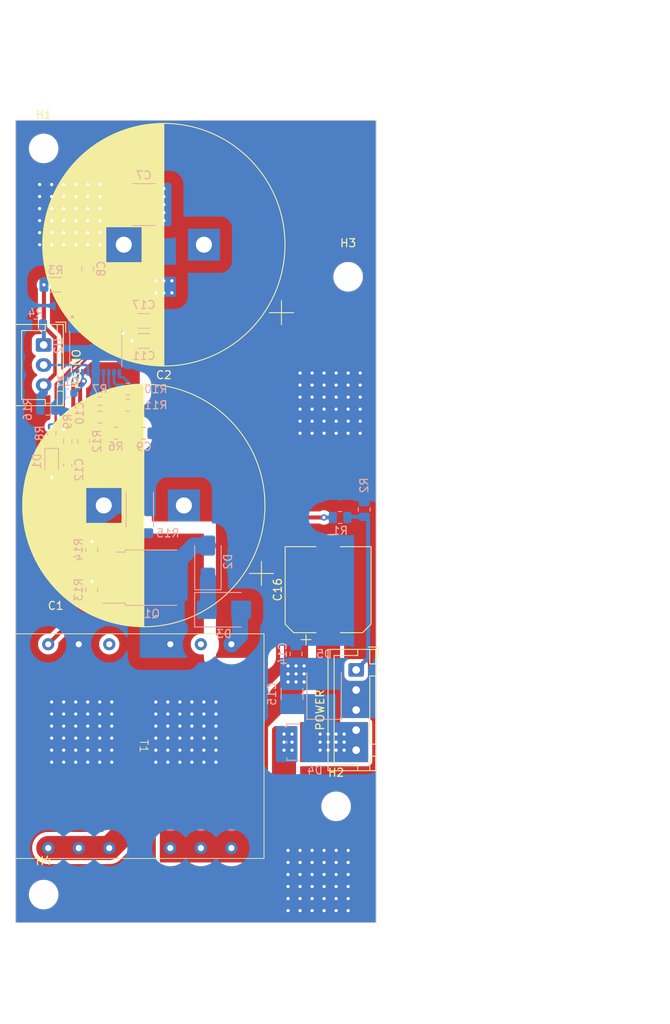
<source format=kicad_pcb>
(kicad_pcb (version 20221018) (generator pcbnew)
  (layers (0 "F.Cu" signal) (31 "B.Cu" signal) (34 "B.Paste" user) (35 "F.Paste" user) (36 "B.SilkS" user "B.Silkscreen") (37 "F.SilkS" user "F.Silkscreen") (38 "B.Mask" user) (39 "F.Mask" user) (44 "Edge.Cuts" user))
  (net 0 "")
  (net 1 "+BATT")
  (net 2 "-BATT")
  (net 3 "+12V")
  (net 4 "Net-(U2-INTVCC)")
  (net 5 "Net-(SW1-C)")
  (net 6 "GND")
  (net 7 "IN_V")
  (net 8 "Net-(SW1-A)")
  (net 9 "Net-(SW1-B)")
  (net 10 "Net-(C9-Pad1)")
  (net 11 "Net-(U2-VC)")
  (net 12 "Net-(U2-BIAS)")
  (net 13 "Net-(D1-A)")
  (net 14 "Net-(C12-Pad2)")
  (net 15 "Net-(U2-SENSE)")
  (net 16 "Net-(D1-K)")
  (net 17 "Net-(D2-K)")
  (net 18 "Net-(D2-A)")
  (net 19 "Net-(D4-A-Pad1)")
  (net 20 "Net-(Q1-G)")
  (net 21 "Net-(Q1-S)")
  (net 22 "Net-(U2-IREG{slash}SS)")
  (net 23 "Net-(U2-DCM)")
  (net 24 "Net-(U2-FB)")
  (net 25 "Net-(U2-TC)")
  (net 26 "Net-(U2-GATE)")
  (footprint "Connector_JST:JST_XH_B5B-XH-A_1x05_P2.50mm_Vertical" (layer "F.Cu") (at 92.5 118.5 -90)
    (fp_text reference "J1" hide)
    (fp_text value "AuxConn")
  )
  (footprint "Capacitor_THT:CP_Radial_D30.0mm_P10.00mm_SnapIn" (layer "F.Cu") (at 73.5 65.5 180)
    (fp_text reference "C2")
    (fp_text value "680uF 200V")
  )
  (footprint "MountingHole:MountingHole_3.2mm_M3" (layer "F.Cu") (at 53.5 53.5)
    (fp_text reference "H1")
    (fp_text value "BATT-Hole")
  )
  (footprint "Connector_JST:JST_XH_B3B-XH-A_1x03_P2.50mm_Vertical" (layer "F.Cu") (at 53.5 78 -90)
    (fp_text reference "SW1" hide)
    (fp_text value "POWER_SW")
  )
  (footprint "MountingHole:MountingHole_3.2mm_M3" (layer "F.Cu") (at 53.5 146.5)
    (fp_text reference "H4")
    (fp_text value "BATT-Hole")
  )
  (footprint "MountingHole:MountingHole_3.2mm_M3" (layer "F.Cu") (at 91.5 69.5)
    (fp_text reference "H3")
    (fp_text value "BATT-Hole")
  )
  (footprint "Capacitor_THT:CP_Radial_D30.0mm_P10.00mm_SnapIn" (layer "F.Cu") (at 71 98 180)
    (fp_text reference "C1")
    (fp_text value "680uF 200V")
  )
  (footprint "GigaVescLibs:PQ2620" (layer "F.Cu") (at 65.5 128 -90)
    (fp_text reference "T1")
    (fp_text value "11328-T078")
  )
  (footprint "MountingHole:MountingHole_3.2mm_M3" (layer "F.Cu") (at 90 135.5)
    (fp_text reference "H2")
    (fp_text value "BATT-Hole")
  )
  (footprint "Capacitor_SMD:CP_Elec_10x10.5" (layer "F.Cu") (at 89 108.5 90)
    (fp_text reference "C16")
    (fp_text value "470u 25V")
  )
  (footprint "Resistor_SMD:R_0603_1608Metric" (layer "B.Cu") (at 60.5 85)
    (fp_text reference "R7")
    (fp_text value "56.2k")
  )
  (footprint "Capacitor_SMD:C_0603_1608Metric" (layer "B.Cu") (at 56.5 84 180)
    (fp_text reference "C13")
    (fp_text value "1n")
  )
  (footprint "Capacitor_SMD:C_0805_2012Metric" (layer "B.Cu") (at 60.5 87 180)
    (fp_text reference "C10")
    (fp_text value "47p 25V")
  )
  (footprint "Resistor_SMD:R_0603_1608Metric" (layer "B.Cu") (at 54.5 89 -90)
    (fp_text reference "R8")
    (fp_text value "10")
  )
  (footprint "Resistor_SMD:R_0603_1608Metric" (layer "B.Cu") (at 56.5 90 90)
    (fp_text reference "R9")
    (fp_text value "10k")
  )
  (footprint "Resistor_SMD:R_0805_2012Metric" (layer "B.Cu") (at 59.5 103.5 -90)
    (fp_text reference "R14")
    (fp_text value "100")
  )
  (footprint "Capacitor_SMD:C_0805_2012Metric" (layer "B.Cu") (at 59 68.5 90)
    (fp_text reference "C8")
    (fp_text value "100n 200V")
  )
  (footprint "Resistor_SMD:R_2512_6332Metric" (layer "B.Cu") (at 65.5 98.5 -90)
    (fp_text reference "R15")
    (fp_text value "0.05")
  )
  (footprint "Resistor_SMD:R_0805_2012Metric" (layer "B.Cu") (at 52.5 75.5)
    (fp_text reference "R4")
    (fp_text value "20k")
  )
  (footprint "Capacitor_SMD:C_0805_2012Metric" (layer "B.Cu") (at 85 116.5 -90)
    (fp_text reference "C14")
    (fp_text value "2.2nF")
  )
  (footprint "Resistor_SMD:R_0805_2012Metric" (layer "B.Cu") (at 64 83.5)
    (fp_text reference "R10")
    (fp_text value "121k")
  )
  (footprint "Resistor_SMD:R_0805_2012Metric" (layer "B.Cu") (at 62.5 89)
    (fp_text reference "R6")
    (fp_text value "10k")
  )
  (footprint "Resistor_SMD:R_0805_2012Metric" (layer "B.Cu") (at 54 86 180)
    (fp_text reference "R16")
    (fp_text value "20k")
  )
  (footprint "Resistor_SMD:R_1206_3216Metric" (layer "B.Cu") (at 55 70.5 180)
    (fp_text reference "R3")
    (fp_text value "499k")
  )
  (footprint "Capacitor_SMD:C_0805_2012Metric" (layer "B.Cu") (at 66 89)
    (fp_text reference "C9")
    (fp_text value "100n")
  )
  (footprint "Resistor_SMD:R_0805_2012Metric" (layer "B.Cu") (at 59.5 108.5 -90)
    (fp_text reference "R13")
    (fp_text value "20")
  )
  (footprint "Resistor_SMD:R_0805_2012Metric" (layer "B.Cu") (at 90.5 99.5)
    (fp_text reference "R1")
    (fp_text value "100k")
  )
  (footprint "Resistor_SMD:R_0805_2012Metric" (layer "B.Cu") (at 93.5 98.5 90)
    (fp_text reference "R2")
    (fp_text value "1.8k")
  )
  (footprint "Resistor_SMD:R_0805_2012Metric" (layer "B.Cu") (at 58.5 90 90)
    (fp_text reference "R12")
    (fp_text value "44.2k")
  )
  (footprint "GigaVescLibs:IC_LT8316EFE#PBF" (layer "B.Cu") (at 60 78.5 -90)
    (fp_text reference "U2")
    (fp_text value "LT8316EFE#PBF")
  )
  (footprint "Capacitor_SMD:C_1210_3225Metric" (layer "B.Cu") (at 84.5 121.5 90)
    (fp_text reference "C15")
    (fp_text value "47u 16V")
  )
  (footprint "Diode_SMD:D_SOD-323" (layer "B.Cu") (at 54.5 92.5 -90)
    (fp_text reference "D1")
    (fp_text value "BAV20WS-7-F")
  )
  (footprint "Package_TO_SOT_SMD:TO-277A" (layer "B.Cu") (at 87 127.5 -90)
    (fp_text reference "D4")
    (fp_text value "FSV15120V")
  )
  (footprint "Diode_SMD:D_SMB" (layer "B.Cu") (at 76 111)
    (fp_text reference "D3")
    (fp_text value "SMBJ188A")
  )
  (footprint "Resistor_SMD:R_0805_2012Metric" (layer "B.Cu") (at 64 85.5)
    (fp_text reference "R11")
    (fp_text value "4.99k")
  )
  (footprint "Capacitor_SMD:C_1206_3216Metric" (layer "B.Cu") (at 66 75)
    (fp_text reference "C17")
    (fp_text value "4.7u 50V")
  )
  (footprint "Capacitor_SMD:C_1206_3216Metric" (layer "B.Cu") (at 66 77.5)
    (fp_text reference "C11")
    (fp_text value "4.7u 50V")
  )
  (footprint "Diode_SMD:D_SMB" (layer "B.Cu") (at 88.5 121 90)
    (fp_text reference "D5")
    (fp_text value "3SMB5928B")
  )
  (footprint "Capacitor_SMD:C_0603_1608Metric" (layer "B.Cu") (at 56.5 93 90)
    (fp_text reference "C12")
    (fp_text value "47p 100V")
  )
  (footprint "Capacitor_SMD:C_2220_5650Metric" (layer "B.Cu") (at 66 60.5 180)
    (fp_text reference "C7")
    (fp_text value "1u 200V")
  )
  (footprint "Diode_SMD:D_SMA" (layer "B.Cu") (at 74 105 90)
    (fp_text reference "D2")
    (fp_text value "US1M")
  )
  (footprint "Package_TO_SOT_SMD:TO-252-3_TabPin2" (layer "B.Cu") (at 67 107)
    (fp_text reference "Q1")
    (fp_text value "STD11N65M2")
  )
  (gr_rect (start 50 50) (end 95 150) (stroke (width 0.1)) (fill none) (layer "Edge.Cuts"))
  (segment (start 80 99.5) (end 88.4755 99.5) (width 0.5) (layer "F.Cu") (net 1))
  (via (at 69.5 71.5) (size 0.8) (drill 0.4) (layers "F.Cu" "B.Cu") (net 1))
  (via (at 68.5 71.5) (size 0.8) (drill 0.4) (layers "F.Cu" "B.Cu") (net 1))
  (via (at 67.5 70) (size 0.8) (drill 0.4) (layers "F.Cu" "B.Cu") (net 1))
  (via (at 68.5 60.5) (size 0.8) (drill 0.4) (layers "F.Cu" "B.Cu") (net 1))
  (via (at 68.5 58.5) (size 0.8) (drill 0.4) (layers "F.Cu" "B.Cu") (net 1))
  (via (at 69.5 70) (size 0.8) (drill 0.4) (layers "F.Cu" "B.Cu") (net 1))
  (via (at 68.5 61.5) (size 0.8) (drill 0.4) (layers "F.Cu" "B.Cu") (net 1))
  (via (at 68.5 70) (size 0.8) (drill 0.4) (layers "F.Cu" "B.Cu") (net 1))
  (via (at 67.5 71.5) (size 0.8) (drill 0.4) (layers "F.Cu" "B.Cu") (net 1))
  (via (at 68.5 62.5) (size 0.8) (drill 0.4) (layers "F.Cu" "B.Cu") (net 1))
  (via (at 68.5 59.5) (size 0.8) (drill 0.4) (layers "F.Cu" "B.Cu") (net 1))
  (via (at 88.4755 99.5) (size 0.8) (drill 0.4) (layers "F.Cu" "B.Cu") (net 1))
  (segment (start 88.4755 99.5) (end 89.5875 99.5) (width 0.5) (layer "B.Cu") (net 1))
  (segment (start 76.93 115.3) (end 78 114.23) (width 2) (layer "B.Cu") (net 1))
  (segment (start 78 111.15) (end 78.15 111) (width 2) (layer "B.Cu") (net 1))
  (segment (start 78 114.23) (end 78 111.15) (width 2) (layer "B.Cu") (net 1))
  (via (at 90 145.5) (size 0.8) (drill 0.4) (layers "F.Cu" "B.Cu") (net 2))
  (via (at 85.5 144) (size 0.8) (drill 0.4) (layers "F.Cu" "B.Cu") (net 2))
  (via (at 85.5 81.5) (size 0.8) (drill 0.4) (layers "F.Cu" "B.Cu") (net 2))
  (via (at 56 128.5) (size 0.8) (drill 0.4) (layers "F.Cu" "B.Cu") (net 2))
  (via (at 53 62.5) (size 0.8) (drill 0.4) (layers "F.Cu" "B.Cu") (net 2))
  (via (at 70.5 125.5) (size 0.8) (drill 0.4) (layers "F.Cu" "B.Cu") (net 2))
  (via (at 54.5 62.5) (size 0.8) (drill 0.4) (layers "F.Cu" "B.Cu") (net 2))
  (via (at 88.5 144) (size 0.8) (drill 0.4) (layers "F.Cu" "B.Cu") (net 2))
  (via (at 69 128.5) (size 0.8) (drill 0.4) (layers "F.Cu" "B.Cu") (net 2))
  (via (at 85.5 83) (size 0.8) (drill 0.4) (layers "F.Cu" "B.Cu") (net 2))
  (via (at 88.5 142.5) (size 0.8) (drill 0.4) (layers "F.Cu" "B.Cu") (net 2))
  (via (at 90 148.5) (size 0.8) (drill 0.4) (layers "F.Cu" "B.Cu") (net 2))
  (via (at 59 59.5) (size 0.8) (drill 0.4) (layers "F.Cu" "B.Cu") (net 2))
  (via (at 87 81.5) (size 0.8) (drill 0.4) (layers "F.Cu" "B.Cu") (net 2))
  (via (at 60.5 65.5) (size 0.8) (drill 0.4) (layers "F.Cu" "B.Cu") (net 2))
  (via (at 75 122.5) (size 0.8) (drill 0.4) (layers "F.Cu" "B.Cu") (net 2))
  (via (at 87 87.5) (size 0.8) (drill 0.4) (layers "F.Cu" "B.Cu") (net 2))
  (via (at 73.5 125.5) (size 0.8) (drill 0.4) (layers "F.Cu" "B.Cu") (net 2))
  (via (at 91.5 83) (size 0.8) (drill 0.4) (layers "F.Cu" "B.Cu") (net 2))
  (via (at 87 142.5) (size 0.8) (drill 0.4) (layers "F.Cu" "B.Cu") (net 2))
  (via (at 73.5 127) (size 0.8) (drill 0.4) (layers "F.Cu" "B.Cu") (net 2))
  (via (at 75 130) (size 0.8) (drill 0.4) (layers "F.Cu" "B.Cu") (net 2))
  (via (at 54.5 128.5) (size 0.8) (drill 0.4) (layers "F.Cu" "B.Cu") (net 2))
  (via (at 90 86) (size 0.8) (drill 0.4) (layers "F.Cu" "B.Cu") (net 2))
  (via (at 56 59.5) (size 0.8) (drill 0.4) (layers "F.Cu" "B.Cu") (net 2))
  (via (at 67.5 128.5) (size 0.8) (drill 0.4) (layers "F.Cu" "B.Cu") (net 2))
  (via (at 91.5 144) (size 0.8) (drill 0.4) (layers "F.Cu" "B.Cu") (net 2))
  (via (at 59 64) (size 0.8) (drill 0.4) (layers "F.Cu" "B.Cu") (net 2))
  (via (at 90 81.5) (size 0.8) (drill 0.4) (layers "F.Cu" "B.Cu") (net 2))
  (via (at 85.5 147) (size 0.8) (drill 0.4) (layers "F.Cu" "B.Cu") (net 2))
  (via (at 72 130) (size 0.8) (drill 0.4) (layers "F.Cu" "B.Cu") (net 2))
  (via (at 91.5 87.5) (size 0.8) (drill 0.4) (layers "F.Cu" "B.Cu") (net 2))
  (via (at 57.5 130) (size 0.8) (drill 0.4) (layers "F.Cu" "B.Cu") (net 2))
  (via (at 93 83) (size 0.8) (drill 0.4) (layers "F.Cu" "B.Cu") (net 2))
  (via (at 54.5 58) (size 0.8) (drill 0.4) (layers "F.Cu" "B.Cu") (net 2))
  (via (at 90 142.5) (size 0.8) (drill 0.4) (layers "F.Cu" "B.Cu") (net 2))
  (via (at 59 58) (size 0.8) (drill 0.4) (layers "F.Cu" "B.Cu") (net 2))
  (via (at 69 125.5) (size 0.8) (drill 0.4) (layers "F.Cu" "B.Cu") (net 2))
  (via (at 56 130) (size 0.8) (drill 0.4) (layers "F.Cu" "B.Cu") (net 2))
  (via (at 88.5 89) (size 0.8) (drill 0.4) (layers "F.Cu" "B.Cu") (net 2))
  (via (at 93 87.5) (size 0.8) (drill 0.4) (layers "F.Cu" "B.Cu") (net 2))
  (via (at 57.5 127) (size 0.8) (drill 0.4) (layers "F.Cu" "B.Cu") (net 2))
  (via (at 84 144) (size 0.8) (drill 0.4) (layers "F.Cu" "B.Cu") (net 2))
  (via (at 88.5 81.5) (size 0.8) (drill 0.4) (layers "F.Cu" "B.Cu") (net 2))
  (via (at 57.5 122.5) (size 0.8) (drill 0.4) (layers "F.Cu" "B.Cu") (net 2))
  (via (at 85.5 84.5) (size 0.8) (drill 0.4) (layers "F.Cu" "B.Cu") (net 2))
  (via (at 60.5 62.5) (size 0.8) (drill 0.4) (layers "F.Cu" "B.Cu") (net 2))
  (via (at 90 84.5) (size 0.8) (drill 0.4) (layers "F.Cu" "B.Cu") (net 2))
  (via (at 72 127) (size 0.8) (drill 0.4) (layers "F.Cu" "B.Cu") (net 2))
  (via (at 62 130) (size 0.8) (drill 0.4) (layers "F.Cu" "B.Cu") (net 2))
  (via (at 56 61) (size 0.8) (drill 0.4) (layers "F.Cu" "B.Cu") (net 2))
  (via (at 88.5 84.5) (size 0.8) (drill 0.4) (layers "F.Cu" "B.Cu") (net 2))
  (via (at 56 62.5) (size 0.8) (drill 0.4) (layers "F.Cu" "B.Cu") (net 2))
  (via (at 75 124) (size 0.8) (drill 0.4) (layers "F.Cu" "B.Cu") (net 2))
  (via (at 59 127) (size 0.8) (drill 0.4) (layers "F.Cu" "B.Cu") (net 2))
  (via (at 87 144) (size 0.8) (drill 0.4) (layers "F.Cu" "B.Cu") (net 2))
  (via (at 57.5 64) (size 0.8) (drill 0.4) (layers "F.Cu" "B.Cu") (net 2))
  (via (at 84 141) (size 0.8) (drill 0.4) (layers "F.Cu" "B.Cu") (net 2))
  (via (at 69 122.5) (size 0.8) (drill 0.4) (layers "F.Cu" "B.Cu") (net 2))
  (via (at 57.5 124) (size 0.8) (drill 0.4) (layers "F.Cu" "B.Cu") (net 2))
  (via (at 60.5 58) (size 0.8) (drill 0.4) (layers "F.Cu" "B.Cu") (net 2))
  (via (at 60.5 124) (size 0.8) (drill 0.4) (layers "F.Cu" "B.Cu") (net 2))
  (via (at 53 65.5) (size 0.8) (drill 0.4) (layers "F.Cu" "B.Cu") (net 2))
  (via (at 54.5 124) (size 0.8) (drill 0.4) (layers "F.Cu" "B.Cu") (net 2))
  (via (at 93 89) (size 0.8) (drill 0.4) (layers "F.Cu" "B.Cu") (net 2))
  (via (at 91.5 84.5) (size 0.8) (drill 0.4) (layers "F.Cu" "B.Cu") (net 2))
  (via (at 88.5 141) (size 0.8) (drill 0.4) (layers "F.Cu" "B.Cu") (net 2))
  (via (at 59 124) (size 0.8) (drill 0.4) (layers "F.Cu" "B.Cu") (net 2))
  (via (at 69 130) (size 0.8) (drill 0.4) (layers "F.Cu" "B.Cu") (net 2))
  (via (at 57.5 59.5) (size 0.8) (drill 0.4) (layers "F.Cu" "B.Cu") (net 2))
  (via (at 85.5 148.5) (size 0.8) (drill 0.4) (layers "F.Cu" "B.Cu") (net 2))
  (via (at 90 87.5) (size 0.8) (drill 0.4) (layers "F.Cu" "B.Cu") (net 2))
  (via (at 72 122.5) (size 0.8) (drill 0.4) (layers "F.Cu" "B.Cu") (net 2))
  (via (at 67.5 130) (size 0.8) (drill 0.4) (layers "F.Cu" "B.Cu") (net 2))
  (via (at 57.5 65.5) (size 0.8) (drill 0.4) (layers "F.Cu" "B.Cu") (net 2))
  (via (at 59 122.5) (size 0.8) (drill 0.4) (layers "F.Cu" "B.Cu") (net 2))
  (via (at 75 128.5) (size 0.8) (drill 0.4) (layers "F.Cu" "B.Cu") (net 2))
  (via (at 90 147) (size 0.8) (drill 0.4) (layers "F.Cu" "B.Cu") (net 2))
  (via (at 59 130) (size 0.8) (drill 0.4) (layers "F.Cu" "B.Cu") (net 2))
  (via (at 91.5 148.5) (size 0.8) (drill 0.4) (layers "F.Cu" "B.Cu") (net 2))
  (via (at 91.5 86) (size 0.8) (drill 0.4) (layers "F.Cu" "B.Cu") (net 2))
  (via (at 70.5 127) (size 0.8) (drill 0.4) (layers "F.Cu" "B.Cu") (net 2))
  (via (at 60.5 64) (size 0.8) (drill 0.4) (layers "F.Cu" "B.Cu") (net 2))
  (via (at 59 61) (size 0.8) (drill 0.4) (layers "F.Cu" "B.Cu") (net 2))
  (via (at 72 124) (size 0.8) (drill 0.4) (layers "F.Cu" "B.Cu") (net 2))
  (via (at 90 89) (size 0.8) (drill 0.4) (layers "F.Cu" "B.Cu") (net 2))
  (via (at 75 125.5) (size 0.8) (drill 0.4) (layers "F.Cu" "B.Cu") (net 2))
  (via (at 62 122.5) (size 0.8) (drill 0.4) (layers "F.Cu" "B.Cu") (net 2))
  (via (at 91.5 145.5) (size 0.8) (drill 0.4) (layers "F.Cu" "B.Cu") (net 2))
  (via (at 57.5 58) (size 0.8) (drill 0.4) (layers "F.Cu" "B.Cu") (net 2))
  (via (at 87 141) (size 0.8) (drill 0.4) (layers "F.Cu" "B.Cu") (net 2))
  (via (at 90 141) (size 0.8) (drill 0.4) (layers "F.Cu" "B.Cu") (net 2))
  (via (at 67.5 125.5) (size 0.8) (drill 0.4) (layers "F.Cu" "B.Cu") (net 2))
  (via (at 53 59.5) (size 0.8) (drill 0.4) (layers "F.Cu" "B.Cu") (net 2))
  (via (at 90 83) (size 0.8) (drill 0.4) (layers "F.Cu" "B.Cu") (net 2))
  (via (at 69 127) (size 0.8) (drill 0.4) (layers "F.Cu" "B.Cu") (net 2))
  (via (at 70.5 128.5) (size 0.8) (drill 0.4) (layers "F.Cu" "B.Cu") (net 2))
  (via (at 85.5 89) (size 0.8) (drill 0.4) (layers "F.Cu" "B.Cu") (net 2))
  (via (at 91.5 89) (size 0.8) (drill 0.4) (layers "F.Cu" "B.Cu") (net 2))
  (via (at 93 81.5) (size 0.8) (drill 0.4) (layers "F.Cu" "B.Cu") (net 2))
  (via (at 67.5 122.5) (size 0.8) (drill 0.4) (layers "F.Cu" "B.Cu") (net 2))
  (via (at 84 145.5) (size 0.8) (drill 0.4) (layers "F.Cu" "B.Cu") (net 2))
  (via (at 85.5 142.5) (size 0.8) (drill 0.4) (layers "F.Cu" "B.Cu") (net 2))
  (via (at 72 125.5) (size 0.8) (drill 0.4) (layers "F.Cu" "B.Cu") (net 2))
  (via (at 54.5 122.5) (size 0.8) (drill 0.4) (layers "F.Cu" "B.Cu") (net 2))
  (via (at 57.5 128.5) (size 0.8) (drill 0.4) (layers "F.Cu" "B.Cu") (net 2))
  (via (at 88.5 87.5) (size 0.8) (drill 0.4) (layers "F.Cu" "B.Cu") (net 2))
  (via (at 56 122.5) (size 0.8) (drill 0.4) (layers "F.Cu" "B.Cu") (net 2))
  (via (at 70.5 124) (size 0.8) (drill 0.4) (layers "F.Cu" "B.Cu") (net 2))
  (via (at 75 127) (size 0.8) (drill 0.4) (layers "F.Cu" "B.Cu") (net 2))
  (via (at 54.5 65.5) (size 0.8) (drill 0.4) (layers "F.Cu" "B.Cu") (net 2))
  (via (at 85.5 141) (size 0.8) (drill 0.4) (layers "F.Cu" "B.Cu") (net 2))
  (via (at 54.5 64) (size 0.8) (drill 0.4) (layers "F.Cu" "B.Cu") (net 2))
  (via (at 90 144) (size 0.8) (drill 0.4) (layers "F.Cu" "B.Cu") (net 2))
  (via (at 59 62.5) (size 0.8) (drill 0.4) (layers "F.Cu" "B.Cu") (net 2))
  (via (at 54.5 125.5) (size 0.8) (drill 0.4) (layers "F.Cu" "B.Cu") (net 2))
  (via (at 87 83) (size 0.8) (drill 0.4) (layers "F.Cu" "B.Cu") (net 2))
  (via (at 87 86) (size 0.8) (drill 0.4) (layers "F.Cu" "B.Cu") (net 2))
  (via (at 60.5 122.5) (size 0.8) (drill 0.4) (layers "F.Cu" "B.Cu") (net 2))
  (via (at 87 147) (size 0.8) (drill 0.4) (layers "F.Cu" "B.Cu") (net 2))
  (via (at 69 124) (size 0.8) (drill 0.4) (layers "F.Cu" "B.Cu") (net 2))
  (via (at 91.5 142.5) (size 0.8) (drill 0.4) (layers "F.Cu" "B.Cu") (net 2))
  (via (at 57.5 61) (size 0.8) (drill 0.4) (layers "F.Cu" "B.Cu") (net 2))
  (via (at 57.5 62.5) (size 0.8) (drill 0.4) (layers "F.Cu" "B.Cu") (net 2))
  (via (at 56 58) (size 0.8) (drill 0.4) (layers "F.Cu" "B.Cu") (net 2))
  (via (at 54.5 59.5) (size 0.8) (drill 0.4) (layers "F.Cu" "B.Cu") (net 2))
  (via (at 59 128.5) (size 0.8) (drill 0.4) (layers "F.Cu" "B.Cu") (net 2))
  (via (at 85.5 145.5) (size 0.8) (drill 0.4) (layers "F.Cu" "B.Cu") (net 2))
  (via (at 57.5 125.5) (size 0.8) (drill 0.4) (layers "F.Cu" "B.Cu") (net 2))
  (via (at 56 125.5) (size 0.8) (drill 0.4) (layers "F.Cu" "B.Cu") (net 2))
  (via (at 87 89) (size 0.8) (drill 0.4) (layers "F.Cu" "B.Cu") (net 2))
  (via (at 56 124) (size 0.8) (drill 0.4) (layers "F.Cu" "B.Cu") (net 2))
  (via (at 53 61) (size 0.8) (drill 0.4) (layers "F.Cu" "B.Cu") (net 2))
  (via (at 60.5 61) (size 0.8) (drill 0.4) (layers "F.Cu" "B.Cu") (net 2))
  (via (at 56 64) (size 0.8) (drill 0.4) (layers "F.Cu" "B.Cu") (net 2))
  (via (at 85.5 87.5) (size 0.8) (drill 0.4) (layers "F.Cu" "B.Cu") (net 2))
  (via (at 54.5 127) (size 0.8) (drill 0.4) (layers "F.Cu" "B.Cu") (net 2))
  (via (at 73.5 122.5) (size 0.8) (drill 0.4) (layers "F.Cu" "B.Cu") (net 2))
  (via (at 60.5 125.5) (size 0.8) (drill 0.4) (layers "F.Cu" "B.Cu") (net 2))
  (via (at 62 128.5) (size 0.8) (drill 0.4) (layers "F.Cu" "B.Cu") (net 2))
  (via (at 60.5 128.5) (size 0.8) (drill 0.4) (layers "F.Cu" "B.Cu") (net 2))
  (via (at 62 125.5) (size 0.8) (drill 0.4) (layers "F.Cu" "B.Cu") (net 2))
  (via (at 56 65.5) (size 0.8) (drill 0.4) (layers "F.Cu" "B.Cu") (net 2))
  (via (at 53 64) (size 0.8) (drill 0.4) (layers "F.Cu" "B.Cu") (net 2))
  (via (at 88.5 147) (size 0.8) (drill 0.4) (layers "F.Cu" "B.Cu") (net 2))
  (via (at 73.5 128.5) (size 0.8) (drill 0.4) (layers "F.Cu" "B.Cu") (net 2))
  (via (at 60.5 130) (size 0.8) (drill 0.4) (layers "F.Cu" "B.Cu") (net 2))
  (via (at 62 127) (size 0.8) (drill 0.4) (layers "F.Cu" "B.Cu") (net 2))
  (via (at 73.5 130) (size 0.8) (drill 0.4) (layers "F.Cu" "B.Cu") (net 2))
  (via (at 59 125.5) (size 0.8) (drill 0.4) (layers "F.Cu" "B.Cu") (net 2))
  (via (at 87 84.5) (size 0.8) (drill 0.4) (layers "F.Cu" "B.Cu") (net 2))
  (via (at 87 148.5) (size 0.8) (drill 0.4) (layers "F.Cu" "B.Cu") (net 2))
  (via (at 60.5 59.5) (size 0.8) (drill 0.4) (layers "F.Cu" "B.Cu") (net 2))
  (via (at 54.5 61) (size 0.8) (drill 0.4) (layers "F.Cu" "B.Cu") (net 2))
  (via (at 88.5 83) (size 0.8) (drill 0.4) (layers "F.Cu" "B.Cu") (net 2))
  (via (at 84 142.5) (size 0.8) (drill 0.4) (layers "F.Cu" "B.Cu") (net 2))
  (via (at 59 65.5) (size 0.8) (drill 0.4) (layers "F.Cu" "B.Cu") (net 2))
  (via (at 88.5 145.5) (size 0.8) (drill 0.4) (layers "F.Cu" "B.Cu") (net 2))
  (via (at 88.5 148.5) (size 0.8) (drill 0.4) (layers "F.Cu" "B.Cu") (net 2))
  (via (at 84 148.5) (size 0.8) (drill 0.4) (layers "F.Cu" "B.Cu") (net 2))
  (via (at 67.5 124) (size 0.8) (drill 0.4) (layers "F.Cu" "B.Cu") (net 2))
  (via (at 84 147) (size 0.8) (drill 0.4) (layers "F.Cu" "B.Cu") (net 2))
  (via (at 91.5 141) (size 0.8) (drill 0.4) (layers "F.Cu" "B.Cu") (net 2))
  (via (at 60.5 127) (size 0.8) (drill 0.4) (layers "F.Cu" "B.Cu") (net 2))
  (via (at 53 58) (size 0.8) (drill 0.4) (layers "F.Cu" "B.Cu") (net 2))
  (via (at 67.5 127) (size 0.8) (drill 0.4) (layers "F.Cu" "B.Cu") (net 2))
  (via (at 73.5 124) (size 0.8) (drill 0.4) (layers "F.Cu" "B.Cu") (net 2))
  (via (at 85.5 86) (size 0.8) (drill 0.4) (layers "F.Cu" "B.Cu") (net 2))
  (via (at 62 124) (size 0.8) (drill 0.4) (layers "F.Cu" "B.Cu") (net 2))
  (via (at 91.5 147) (size 0.8) (drill 0.4) (layers "F.Cu" "B.Cu") (net 2))
  (via (at 88.5 86) (size 0.8) (drill 0.4) (layers "F.Cu" "B.Cu") (net 2))
  (via (at 93 84.5) (size 0.8) (drill 0.4) (layers "F.Cu" "B.Cu") (net 2))
  (via (at 87 145.5) (size 0.8) (drill 0.4) (layers "F.Cu" "B.Cu") (net 2))
  (via (at 72 128.5) (size 0.8) (drill 0.4) (layers "F.Cu" "B.Cu") (net 2))
  (via (at 93 86) (size 0.8) (drill 0.4) (layers "F.Cu" "B.Cu") (net 2))
  (via (at 54.5 130) (size 0.8) (drill 0.4) (layers "F.Cu" "B.Cu") (net 2))
  (via (at 70.5 122.5) (size 0.8) (drill 0.4) (layers "F.Cu" "B.Cu") (net 2))
  (via (at 91.5 81.5) (size 0.8) (drill 0.4) (layers "F.Cu" "B.Cu") (net 2))
  (via (at 70.5 130) (size 0.8) (drill 0.4) (layers "F.Cu" "B.Cu") (net 2))
  (via (at 56 127) (size 0.8) (drill 0.4) (layers "F.Cu" "B.Cu") (net 2))
  (segment (start 63.99939 80) (end 68 80) (width 2) (layer "B.Cu") (net 2))
  (segment (start 59.55 85.125) (end 59.675 85) (width 1) (layer "B.Cu") (net 2))
  (segment (start 59.55 87) (end 59.55 85.125) (width 1) (layer "B.Cu") (net 2))
  (segment (start 60 78.97) (end 60 83.85) (width 1) (layer "B.Cu") (net 2))
  (segment (start 62.96939 78.97) (end 63.99939 80) (width 2) (layer "B.Cu") (net 2))
  (segment (start 60 78.97) (end 62.96939 78.97) (width 2) (layer "B.Cu") (net 2))
  (segment (start 55.725 84.6875) (end 54.9125 85.5) (width 1) (layer "B.Cu") (net 2))
  (segment (start 59.675 84.175) (end 59.675 85) (width 1) (layer "B.Cu") (net 2))
  (segment (start 55.725 83.5) (end 55.725 84.6875) (width 1) (layer "B.Cu") (net 2))
  (segment (start 68 80) (end 68.5 79.5) (width 2) (layer "B.Cu") (net 2))
  (segment (start 54.9125 85.5) (end 56.4125 87) (width 1) (layer "B.Cu") (net 2))
  (segment (start 60 83.85) (end 59.675 84.175) (width 1) (layer "B.Cu") (net 2))
  (segment (start 55.725 84) (end 55.725 82.725) (width 0.5) (layer "B.Cu") (net 2))
  (segment (start 55.725 82.725) (end 57.05 81.4) (width 0.5) (layer "B.Cu") (net 2))
  (segment (start 56.4125 87) (end 59.55 87) (width 1) (layer "B.Cu") (net 2))
  (segment (start 89 112.7) (end 89 126.5) (width 3) (layer "F.Cu") (net 3))
  (via (at 90 128.5) (size 0.8) (drill 0.4) (layers "F.Cu" "B.Cu") (net 3))
  (via (at 89 128.5) (size 0.8) (drill 0.4) (layers "F.Cu" "B.Cu") (net 3))
  (via (at 91 126.5) (size 0.8) (drill 0.4) (layers "F.Cu" "B.Cu") (net 3))
  (via (at 88 127.5) (size 0.8) (drill 0.4) (layers "F.Cu" "B.Cu") (net 3))
  (via (at 88 128.5) (size 0.8) (drill 0.4) (layers "F.Cu" "B.Cu") (net 3))
  (via (at 88 126.5) (size 0.8) (drill 0.4) (layers "F.Cu" "B.Cu") (net 3))
  (via (at 89 126.5) (size 0.8) (drill 0.4) (layers "F.Cu" "B.Cu") (net 3))
  (via (at 91 128.5) (size 0.8) (drill 0.4) (layers "F.Cu" "B.Cu") (net 3))
  (via (at 89 127.5) (size 0.8) (drill 0.4) (layers "F.Cu" "B.Cu") (net 3))
  (via (at 91 127.5) (size 0.8) (drill 0.4) (layers "F.Cu" "B.Cu") (net 3))
  (via (at 90 127.5) (size 0.8) (drill 0.4) (layers "F.Cu" "B.Cu") (net 3))
  (via (at 90 126.5) (size 0.8) (drill 0.4) (layers "F.Cu" "B.Cu") (net 3))
  (segment (start 61.625 75.6) (end 61.625 74.375) (width 0.3) (layer "B.Cu") (net 4))
  (segment (start 63.525 74) (end 64.525 75) (width 0.3) (layer "B.Cu") (net 4))
  (segment (start 61.625 74.375) (end 62 74) (width 0.3) (layer "B.Cu") (net 4))
  (segment (start 62 74) (end 63.525 74) (width 0.3) (layer "B.Cu") (net 4))
  (segment (start 53.5375 75.697551) (end 53.5375 70.5) (width 0.5) (layer "F.Cu") (net 5))
  (segment (start 54.95 77.110051) (end 53.5375 75.697551) (width 0.5) (layer "F.Cu") (net 5))
  (segment (start 53.525 83) (end 54.95 81.575) (width 0.5) (layer "F.Cu") (net 5))
  (segment (start 54.95 81.575) (end 54.95 77.110051) (width 0.5) (layer "F.Cu") (net 5))
  (via (at 53.5375 70.5) (size 0.8) (drill 0.4) (layers "F.Cu" "B.Cu") (net 5))
  (segment (start 53.0875 84.4125) (end 53.525 83.975) (width 1) (layer "B.Cu") (net 5))
  (segment (start 53.0875 85.5) (end 53.0875 84.4125) (width 1) (layer "B.Cu") (net 5))
  (segment (start 53.525 83.975) (end 53.525 83) (width 1) (layer "B.Cu") (net 5))
  (segment (start 80 125) (end 85 120) (width 3) (layer "F.Cu") (net 6))
  (segment (start 80 132.5) (end 80 125) (width 3) (layer "F.Cu") (net 6))
  (segment (start 85 120) (end 85 108.3) (width 3) (layer "F.Cu") (net 6))
  (segment (start 76.5 136) (end 80 132.5) (width 3) (layer "F.Cu") (net 6))
  (segment (start 54.07 140.7) (end 61.69 140.7) (width 3) (layer "F.Cu") (net 6))
  (segment (start 66.39 136) (end 76.5 136) (width 3) (layer "F.Cu") (net 6))
  (segment (start 61.69 140.7) (end 66.39 136) (width 3) (layer "F.Cu") (net 6))
  (segment (start 85 108.3) (end 89 104.3) (width 3) (layer "F.Cu") (net 6))
  (via (at 84 118) (size 0.8) (drill 0.4) (layers "F.Cu" "B.Cu") (net 6))
  (via (at 85 119) (size 0.8) (drill 0.4) (layers "F.Cu" "B.Cu") (net 6))
  (via (at 85 120) (size 0.8) (drill 0.4) (layers "F.Cu" "B.Cu") (net 6))
  (via (at 84 120) (size 0.8) (drill 0.4) (layers "F.Cu" "B.Cu") (net 6))
  (via (at 86 119) (size 0.8) (drill 0.4) (layers "F.Cu" "B.Cu") (net 6))
  (via (at 86 120) (size 0.8) (drill 0.4) (layers "F.Cu" "B.Cu") (net 6))
  (via (at 86 118) (size 0.8) (drill 0.4) (layers "F.Cu" "B.Cu") (net 6))
  (via (at 84 119) (size 0.8) (drill 0.4) (layers "F.Cu" "B.Cu") (net 6))
  (via (at 85 118) (size 0.8) (drill 0.4) (layers "F.Cu" "B.Cu") (net 6))
  (segment (start 93.5 99.4125) (end 94 99.9125) (width 0.5) (layer "B.Cu") (net 7))
  (segment (start 94 99.9125) (end 94 117) (width 0.5) (layer "B.Cu") (net 7))
  (segment (start 94 117) (end 92.5 118.5) (width 0.5) (layer "B.Cu") (net 7))
  (segment (start 91.5 99.4125) (end 91.4125 99.5) (width 0.5) (layer "B.Cu") (net 7))
  (segment (start 93.5 99.4125) (end 91.5 99.4125) (width 0.5) (layer "B.Cu") (net 7))
  (segment (start 53.525 78) (end 53.525 75.6125) (width 0.5) (layer "B.Cu") (net 8))
  (segment (start 53.525 75.6125) (end 53.4125 75.5) (width 0.5) (layer "B.Cu") (net 8))
  (segment (start 58.8 80.5) (end 53.525 80.5) (width 0.3) (layer "B.Cu") (net 9))
  (segment (start 59.025 81.4) (end 59.025 80.725) (width 0.3) (layer "B.Cu") (net 9))
  (segment (start 59.025 80.725) (end 58.8 80.5) (width 0.3) (layer "B.Cu") (net 9))
  (segment (start 65.05 89) (end 63.4125 89) (width 0.5) (layer "B.Cu") (net 10))
  (segment (start 61.625 83.125) (end 61.625 81.4) (width 0.3) (layer "B.Cu") (net 11))
  (segment (start 62.075 86.375) (end 62.075 83.575) (width 0.3) (layer "B.Cu") (net 11))
  (segment (start 62.075 83.575) (end 61.625 83.125) (width 0.3) (layer "B.Cu") (net 11))
  (segment (start 61.45 87) (end 62.075 86.375) (width 0.3) (layer "B.Cu") (net 11))
  (segment (start 61.45 88.8625) (end 61.5875 89) (width 0.5) (layer "B.Cu") (net 11))
  (segment (start 61.45 87) (end 61.45 88.8625) (width 0.5) (layer "B.Cu") (net 11))
  (segment (start 58.871963 79) (end 55 82.871963) (width 0.3) (layer "F.Cu") (net 12))
  (segment (start 55 87.675) (end 54.5 88.175) (width 0.3) (layer "F.Cu") (net 12))
  (segment (start 55 82.871963) (end 55 87.675) (width 0.3) (layer "F.Cu") (net 12))
  (segment (start 63.025 79) (end 58.871963 79) (width 0.3) (layer "F.Cu") (net 12))
  (segment (start 64.525 77.5) (end 63.025 79) (width 0.3) (layer "F.Cu") (net 12))
  (via (at 64.525 77.5) (size 0.8) (drill 0.4) (layers "F.Cu" "B.Cu") (net 12))
  (via (at 54.5 88.175) (size 0.8) (drill 0.4) (layers "F.Cu" "B.Cu") (net 12))
  (segment (start 62.275 76.499268) (end 62.275 75.6) (width 0.3) (layer "B.Cu") (net 12))
  (segment (start 64.525 77.5) (end 63.275732 77.5) (width 0.3) (layer "B.Cu") (net 12))
  (segment (start 63.275732 77.5) (end 62.275 76.499268) (width 0.3) (layer "B.Cu") (net 12))
  (segment (start 56.5 96.5) (end 54.5 94.5) (width 0.5) (layer "F.Cu") (net 13))
  (segment (start 54.07 115.3) (end 56.5 112.87) (width 0.5) (layer "F.Cu") (net 13))
  (segment (start 56.5 112.87) (end 56.5 96.5) (width 0.5) (layer "F.Cu") (net 13))
  (via (at 54.5 94.5) (size 0.8) (drill 0.4) (layers "F.Cu" "B.Cu") (net 13))
  (segment (start 58.5 92.5) (end 58.5 90.9125) (width 0.5) (layer "B.Cu") (net 13))
  (segment (start 54.675 93.725) (end 54.5 93.55) (width 0.5) (layer "B.Cu") (net 13))
  (segment (start 57.275 93.725) (end 58.5 92.5) (width 0.5) (layer "B.Cu") (net 13))
  (segment (start 54.5 94.5) (end 54.5 93.55) (width 0.5) (layer "B.Cu") (net 13))
  (segment (start 56.5 93.725) (end 54.675 93.725) (width 0.5) (layer "B.Cu") (net 13))
  (segment (start 56.5 93.725) (end 57.275 93.725) (width 0.5) (layer "B.Cu") (net 13))
  (segment (start 56.5 92.175) (end 56.5 90.775) (width 0.5) (layer "B.Cu") (net 14))
  (segment (start 59.5 102.5) (end 58.05 101.05) (width 0.5) (layer "F.Cu") (net 15))
  (segment (start 58.05 82.95) (end 58.5 82.5) (width 0.5) (layer "F.Cu") (net 15))
  (segment (start 58.05 101.05) (end 58.05 82.95) (width 0.5) (layer "F.Cu") (net 15))
  (via (at 59.5 102.5) (size 0.8) (drill 0.4) (layers "F.Cu" "B.Cu") (net 15))
  (via (at 58.5 82.5) (size 0.8) (drill 0.4) (layers "F.Cu" "B.Cu") (net 15))
  (segment (start 59.5 102.5875) (end 59.5 102.5) (width 0.5) (layer "B.Cu") (net 15))
  (segment (start 57.275 84) (end 58.5 82.775) (width 0.5) (layer "B.Cu") (net 15))
  (segment (start 58.5 82.775) (end 58.5 82.5) (width 0.5) (layer "B.Cu") (net 15))
  (segment (start 58.375 81.4) (end 58.375 82.375) (width 0.3) (layer "B.Cu") (net 15))
  (segment (start 58.375 82.375) (end 58.5 82.5) (width 0.3) (layer "B.Cu") (net 15))
  (segment (start 54.5 91.45) (end 54.5 89.825) (width 0.5) (layer "B.Cu") (net 16))
  (segment (start 74 107) (end 74 110.85) (width 2) (layer "B.Cu") (net 17))
  (segment (start 74 110.85) (end 73.85 111) (width 2) (layer "B.Cu") (net 17))
  (segment (start 72.25 103) (end 69.775 105.475) (width 2) (layer "B.Cu") (net 18))
  (segment (start 74 103) (end 72.25 103) (width 2) (layer "B.Cu") (net 18))
  (segment (start 69.8 105.5) (end 69.775 105.475) (width 0.5) (layer "B.Cu") (net 18))
  (segment (start 61.8 107) (end 68.1 107) (width 0.5) (layer "B.Cu") (net 18))
  (via (at 84.5 128.5) (size 0.8) (drill 0.4) (layers "F.Cu" "B.Cu") (net 19))
  (via (at 83.5 128.5) (size 0.8) (drill 0.4) (layers "F.Cu" "B.Cu") (net 19))
  (via (at 84.5 126.5) (size 0.8) (drill 0.4) (layers "F.Cu" "B.Cu") (net 19))
  (via (at 83.5 126.5) (size 0.8) (drill 0.4) (layers "F.Cu" "B.Cu") (net 19))
  (via (at 83.5 127.5) (size 0.8) (drill 0.4) (layers "F.Cu" "B.Cu") (net 19))
  (via (at 84.5 127.5) (size 0.8) (drill 0.4) (layers "F.Cu" "B.Cu") (net 19))
  (segment (start 61.8 109.28) (end 59.6325 109.28) (width 0.5) (layer "B.Cu") (net 20))
  (segment (start 59.6325 109.28) (end 59.4125 109.5) (width 0.5) (layer "B.Cu") (net 20))
  (segment (start 61.8 103.2) (end 63.5 101.5) (width 2) (layer "B.Cu") (net 21))
  (segment (start 59.8075 104.72) (end 59.5 104.4125) (width 1) (layer "B.Cu") (net 21))
  (segment (start 63.5 101.5) (end 65 101.5) (width 2) (layer "B.Cu") (net 21))
  (segment (start 61.8 104.72) (end 61.8 103.2) (width 2) (layer "B.Cu") (net 21))
  (segment (start 61.8 104.72) (end 59.8075 104.72) (width 1) (layer "B.Cu") (net 21))
  (segment (start 61.325 85) (end 61.5 84.825) (width 0.3) (layer "B.Cu") (net 22))
  (segment (start 61.5 84.825) (end 61.5 84) (width 0.3) (layer "B.Cu") (net 22))
  (segment (start 61.5 84) (end 60.975 83.475) (width 0.3) (layer "B.Cu") (net 22))
  (segment (start 60.975 83.475) (end 60.975 81.4) (width 0.3) (layer "B.Cu") (net 22))
  (segment (start 65.275 77.189339) (end 65.275 77.810661) (width 0.3) (layer "F.Cu") (net 23))
  (segment (start 63.585661 79.5) (end 59.079069 79.5) (width 0.3) (layer "F.Cu") (net 23))
  (segment (start 64.649438 76.563777) (end 65.275 77.189339) (width 0.3) (layer "F.Cu") (net 23))
  (segment (start 65.275 77.810661) (end 63.585661 79.5) (width 0.3) (layer "F.Cu") (net 23))
  (segment (start 59.079069 79.5) (end 56 82.579069) (width 0.3) (layer "F.Cu") (net 23))
  (segment (start 56 82.579069) (end 56 88.5) (width 0.3) (layer "F.Cu") (net 23))
  (segment (start 63.40017 76.563777) (end 64.649438 76.563777) (width 0.3) (layer "F.Cu") (net 23))
  (via (at 63.40017 76.563777) (size 0.8) (drill 0.4) (layers "F.Cu" "B.Cu") (net 23))
  (via (at 56 88.5) (size 0.8) (drill 0.4) (layers "F.Cu" "B.Cu") (net 23))
  (segment (start 56 88.5) (end 56 88.625) (width 0.3) (layer "B.Cu") (net 23))
  (segment (start 63.40017 76.563777) (end 62.925 76.088607) (width 0.3) (layer "B.Cu") (net 23))
  (segment (start 62.925 76.088607) (end 62.925 75.6) (width 0.3) (layer "B.Cu") (net 23))
  (segment (start 56 88.625) (end 56.5 89.125) (width 0.3) (layer "B.Cu") (net 23))
  (segment (start 58.5 89.0875) (end 59.4625 90.05) (width 0.3) (layer "B.Cu") (net 24))
  (segment (start 63.0875 86.4125) (end 63.0875 85.5) (width 0.3) (layer "B.Cu") (net 24))
  (segment (start 63.0875 83.5) (end 63.0875 85.5) (width 0.3) (layer "B.Cu") (net 24))
  (segment (start 62.275 81.4) (end 62.275 82.6875) (width 0.3) (layer "B.Cu") (net 24))
  (segment (start 62.45 89.698528) (end 62.45 87.05) (width 0.3) (layer "B.Cu") (net 24))
  (segment (start 62.275 82.6875) (end 63.0875 83.5) (width 0.3) (layer "B.Cu") (net 24))
  (segment (start 59.4625 90.05) (end 62.098528 90.05) (width 0.3) (layer "B.Cu") (net 24))
  (segment (start 62.45 87.05) (end 63.0875 86.4125) (width 0.3) (layer "B.Cu") (net 24))
  (segment (start 62.098528 90.05) (end 62.45 89.698528) (width 0.3) (layer "B.Cu") (net 24))
  (segment (start 63 82) (end 63.4125 82) (width 0.3) (layer "B.Cu") (net 25))
  (segment (start 62.925 81.925) (end 63 82) (width 0.3) (layer "B.Cu") (net 25))
  (segment (start 62.925 81.4) (end 62.925 81.925) (width 0.3) (layer "B.Cu") (net 25))
  (segment (start 63.4125 82) (end 64.9125 83.5) (width 0.3) (layer "B.Cu") (net 25))
  (segment (start 57.2005 82.604087) (end 57.392523 82.412064) (width 0.5) (layer "F.Cu") (net 26))
  (segment (start 59.5 107.5) (end 57.2005 105.2005) (width 0.5) (layer "F.Cu") (net 26))
  (segment (start 57.2005 105.2005) (end 57.2005 82.604087) (width 0.5) (layer "F.Cu") (net 26))
  (via (at 59.5 107.5) (size 0.8) (drill 0.4) (layers "F.Cu" "B.Cu") (net 26))
  (via (at 57.392523 82.412064) (size 0.8) (drill 0.4) (layers "F.Cu" "B.Cu") (net 26))
  (segment (start 59.5 107.5875) (end 59.5 107.5) (width 0.5) (layer "B.Cu") (net 26))
  (segment (start 57.392523 82.412064) (end 57.725 82.079587) (width 0.3) (layer "B.Cu") (net 26))
  (segment (start 57.725 82.079587) (end 57.725 81.4) (width 0.3) (layer "B.Cu") (net 26))
  (zone (net 19) (net_name "Net-(D4-A-Pad1)") (layer "F.Cu") (priority 11) (connect_pads yes (clearance 0.5)) (min_thickness 0.25) (fill yes (thermal_gap 0.5) (thermal_bridge_width 0.5))
    (polygon (pts (xy 85 125.5) (xy 82 125.5) (xy 82 134) (xy 77.5 138.5) (xy 68 138.5) (xy 68 142.5) (xy 79 142.5) (xy 85 136.5)))
  )
  (zone (net 2) (net_name "-BATT") (layer "F.Cu") (priority 6) (connect_pads yes (clearance 0.5)) (min_thickness 0.25) (fill yes (thermal_gap 0.5) (thermal_bridge_width 0.5))
    (polygon (pts (xy 95 150) (xy 50 150) (xy 50 50) (xy 95 50)))
  )
  (zone (net 1) (net_name "+BATT") (layer "F.Cu") (priority 10) (connect_pads yes (clearance 1.5)) (min_thickness 0.25) (fill yes (thermal_gap 0.5) (thermal_bridge_width 0.5))
    (polygon (pts (xy 81 65) (xy 95 65) (xy 95 50) (xy 67 50) (xy 67 100) (xy 75 100) (xy 75 117) (xy 81 117)))
  )
  (zone (net 3) (net_name "+12V") (layer "F.Cu") (priority 7) (connect_pads yes (clearance 0.5)) (min_thickness 0.25) (fill yes (thermal_gap 0.5) (thermal_bridge_width 0.5))
    (polygon (pts (xy 94 125) (xy 94 130) (xy 85.5 130) (xy 85.5 125)))
  )
  (zone (net 6) (net_name "GND") (layer "B.Cu") (priority 6) (connect_pads yes (clearance 0.5)) (min_thickness 0.25) (fill yes (thermal_gap 0.5) (thermal_bridge_width 0.5))
    (polygon (pts (xy 95 124.5) (xy 90.5 124.5) (xy 90.5 121) (xy 83 121) (xy 83 117) (xy 95 117)))
  )
  (zone (net 19) (net_name "Net-(D4-A-Pad1)") (layer "B.Cu") (priority 8) (connect_pads yes (clearance 0.5)) (min_thickness 0.25) (fill yes (thermal_gap 0.5) (thermal_bridge_width 0.5))
    (polygon (pts (xy 85.5 125.5) (xy 82.5 125.5) (xy 82.5 130) (xy 85.5 130)))
  )
  (zone (net 18) (net_name "Net-(D2-A)") (layer "B.Cu") (priority 2) (connect_pads yes (clearance 1.5)) (min_thickness 0.25) (fill yes (thermal_gap 0.5) (thermal_bridge_width 0.5))
    (polygon (pts (xy 65.5 103.5) (xy 65.5 117) (xy 71.5 117) (xy 71.5 103.5)))
  )
  (zone (net 3) (net_name "+12V") (layer "B.Cu") (priority 5) (connect_pads yes (clearance 0.5)) (min_thickness 0.25) (fill yes (thermal_gap 0.5) (thermal_bridge_width 0.5))
    (polygon (pts (xy 86 130) (xy 86 125) (xy 86 124) (xy 83 124) (xy 83 121.5) (xy 90 121.5) (xy 90 125) (xy 94 125) (xy 94 130)))
  )
  (zone (net 1) (net_name "+BATT") (layer "B.Cu") (priority 3) (connect_pads yes (clearance 1.5)) (min_thickness 0.25) (fill yes (thermal_gap 0.5) (thermal_bridge_width 0.5))
    (polygon (pts (xy 56.5 76.5) (xy 59 76.5) (xy 59 72) (xy 70 72) (xy 70 69.5) (xy 56.5 69.5)))
  )
  (zone (net 2) (net_name "-BATT") (layer "B.Cu") (priority 1) (connect_pads yes (clearance 1.5)) (min_thickness 0.25) (fill yes (thermal_gap 0.5) (thermal_bridge_width 0.5))
    (polygon (pts (xy 50 50) (xy 50 150) (xy 95 150) (xy 95 50)))
  )
)
</source>
